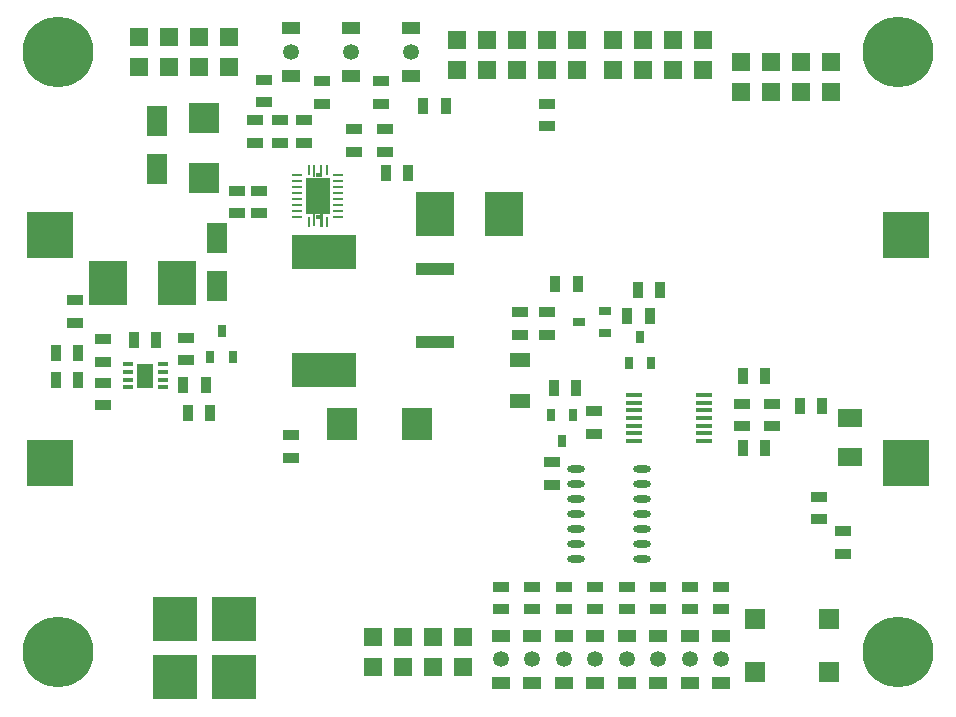
<source format=gbr>
G04 #@! TF.FileFunction,Soldermask,Bot*
%FSLAX46Y46*%
G04 Gerber Fmt 4.6, Leading zero omitted, Abs format (unit mm)*
G04 Created by KiCad (PCBNEW (2015-05-13 BZR 5653)-product) date 18. 11. 2015 7:39:16*
%MOMM*%
G01*
G04 APERTURE LIST*
%ADD10C,0.300000*%
%ADD11R,4.000000X4.000000*%
%ADD12R,1.397000X0.889000*%
%ADD13R,2.499360X2.550160*%
%ADD14R,0.889000X1.397000*%
%ADD15R,1.800860X2.499360*%
%ADD16R,1.500000X1.050000*%
%ADD17C,1.350000*%
%ADD18R,1.699260X1.300480*%
%ADD19R,1.524000X1.524000*%
%ADD20R,3.810000X3.810000*%
%ADD21R,5.500000X3.000000*%
%ADD22C,6.000000*%
%ADD23R,0.800100X1.000760*%
%ADD24R,1.000760X0.800100*%
%ADD25R,3.200000X1.000000*%
%ADD26R,2.032000X1.524000*%
%ADD27O,1.473200X0.609600*%
%ADD28R,1.676400X1.676400*%
%ADD29R,1.450000X0.450000*%
%ADD30R,0.850000X0.350000*%
%ADD31R,1.400000X2.000000*%
%ADD32R,2.550160X2.700020*%
%ADD33R,0.850000X0.280000*%
%ADD34R,2.050000X3.050000*%
%ADD35R,0.280000X0.850000*%
%ADD36R,0.280000X1.125000*%
%ADD37R,0.400000X0.450000*%
%ADD38C,0.600000*%
%ADD39R,3.330000X3.810000*%
G04 APERTURE END LIST*
D10*
D11*
X4390000Y40384000D03*
X76890000Y40384000D03*
X4390000Y21084000D03*
X76890000Y21084000D03*
D12*
X8890000Y27876500D03*
X8890000Y25971500D03*
D13*
X17399000Y45227240D03*
X17399000Y50276760D03*
D12*
X20193000Y44132500D03*
X20193000Y42227500D03*
X8890000Y31559500D03*
X8890000Y29654500D03*
D14*
X11493500Y31496000D03*
X13398500Y31496000D03*
D12*
X21717000Y48196500D03*
X21717000Y50101500D03*
X22098000Y44132500D03*
X22098000Y42227500D03*
X15875000Y29781500D03*
X15875000Y31686500D03*
X32766000Y47434500D03*
X32766000Y49339500D03*
X24765000Y23431500D03*
X24765000Y21526500D03*
X50419000Y25463500D03*
X50419000Y23558500D03*
X62992000Y26098500D03*
X62992000Y24193500D03*
X69469000Y18224500D03*
X69469000Y16319500D03*
D14*
X63055500Y22352000D03*
X64960500Y22352000D03*
X63055500Y28448000D03*
X64960500Y28448000D03*
D12*
X44196000Y33845500D03*
X44196000Y31940500D03*
X46863000Y21145500D03*
X46863000Y19240500D03*
D15*
X13462000Y46007020D03*
X13462000Y50004980D03*
X18542000Y40098980D03*
X18542000Y36101020D03*
D16*
X24765000Y53880000D03*
X24765000Y57880000D03*
D17*
X24765000Y55880000D03*
D16*
X29845000Y53880000D03*
X29845000Y57880000D03*
D17*
X29845000Y55880000D03*
D16*
X34925000Y53880000D03*
X34925000Y57880000D03*
D17*
X34925000Y55880000D03*
D18*
X44196000Y26316940D03*
X44196000Y29817060D03*
D16*
X42545000Y2445000D03*
X42545000Y6445000D03*
D17*
X42545000Y4445000D03*
D16*
X45212000Y2445000D03*
X45212000Y6445000D03*
D17*
X45212000Y4445000D03*
D16*
X47879000Y2445000D03*
X47879000Y6445000D03*
D17*
X47879000Y4445000D03*
D16*
X50546000Y2445000D03*
X50546000Y6445000D03*
D17*
X50546000Y4445000D03*
D16*
X53213000Y2445000D03*
X53213000Y6445000D03*
D17*
X53213000Y4445000D03*
D16*
X55880000Y2445000D03*
X55880000Y6445000D03*
D17*
X55880000Y4445000D03*
D16*
X58547000Y2445000D03*
X58547000Y6445000D03*
D17*
X58547000Y4445000D03*
D19*
X19558000Y57150000D03*
X19558000Y54610000D03*
X17018000Y57150000D03*
X17018000Y54610000D03*
X14478000Y57150000D03*
X14478000Y54610000D03*
X11938000Y57150000D03*
X11938000Y54610000D03*
X49022000Y54356000D03*
X49022000Y56896000D03*
X38862000Y56896000D03*
X38862000Y54356000D03*
X43942000Y54356000D03*
X43942000Y56896000D03*
X46482000Y54356000D03*
X46482000Y56896000D03*
X41402000Y54356000D03*
X41402000Y56896000D03*
X31750000Y3810000D03*
X31750000Y6350000D03*
X34290000Y3810000D03*
X34290000Y6350000D03*
X36830000Y3810000D03*
X36830000Y6350000D03*
X39370000Y3810000D03*
X39370000Y6350000D03*
D20*
X14939000Y7874000D03*
X19939000Y7874000D03*
X14939000Y2921000D03*
X19939000Y2921000D03*
D19*
X62865000Y52451000D03*
X62865000Y54991000D03*
X65405000Y52451000D03*
X65405000Y54991000D03*
X67945000Y52451000D03*
X67945000Y54991000D03*
X59690000Y56896000D03*
X59690000Y54356000D03*
X57150000Y56896000D03*
X57150000Y54356000D03*
X54610000Y56896000D03*
X54610000Y54356000D03*
X52070000Y56896000D03*
X52070000Y54356000D03*
D21*
X27559000Y38909000D03*
X27559000Y28909000D03*
D22*
X76200000Y5080000D03*
X5080000Y55880000D03*
X5080000Y5080000D03*
X76200000Y55880000D03*
D23*
X18923000Y32214820D03*
X17970500Y30015180D03*
X19875500Y30015180D03*
X47752000Y22903180D03*
X48704500Y25102820D03*
X46799500Y25102820D03*
X54356000Y31706820D03*
X53403500Y29507180D03*
X55308500Y29507180D03*
D24*
X49192180Y33020000D03*
X51391820Y32067500D03*
X51391820Y33972500D03*
D12*
X6477000Y32956500D03*
X6477000Y34861500D03*
D14*
X6794500Y28067000D03*
X4889500Y28067000D03*
X6794500Y30353000D03*
X4889500Y30353000D03*
D12*
X46482000Y51498500D03*
X46482000Y49593500D03*
D14*
X36004500Y51308000D03*
X37909500Y51308000D03*
D12*
X22479000Y51625500D03*
X22479000Y53530500D03*
X27432000Y51498500D03*
X27432000Y53403500D03*
X32385000Y51498500D03*
X32385000Y53403500D03*
D14*
X15684500Y27686000D03*
X17589500Y27686000D03*
X17970500Y25273000D03*
X16065500Y25273000D03*
D12*
X25908000Y48196500D03*
X25908000Y50101500D03*
X23876000Y48196500D03*
X23876000Y50101500D03*
D14*
X32829500Y45593000D03*
X34734500Y45593000D03*
D12*
X30099000Y49339500D03*
X30099000Y47434500D03*
D25*
X36957000Y37517000D03*
X36957000Y31317000D03*
D12*
X65532000Y24193500D03*
X65532000Y26098500D03*
D14*
X69786500Y25908000D03*
X67881500Y25908000D03*
D12*
X71501000Y13398500D03*
X71501000Y15303500D03*
D14*
X47053500Y27432000D03*
X48958500Y27432000D03*
D26*
X72136000Y21590000D03*
X72136000Y24892000D03*
D12*
X46482000Y31940500D03*
X46482000Y33845500D03*
D14*
X49085500Y36195000D03*
X47180500Y36195000D03*
X54165500Y35687000D03*
X56070500Y35687000D03*
X53276500Y33528000D03*
X55181500Y33528000D03*
D12*
X42545000Y8699500D03*
X42545000Y10604500D03*
X45212000Y8699500D03*
X45212000Y10604500D03*
X47879000Y8699500D03*
X47879000Y10604500D03*
X50546000Y8699500D03*
X50546000Y10604500D03*
X53213000Y8699500D03*
X53213000Y10604500D03*
X55880000Y8699500D03*
X55880000Y10604500D03*
X58547000Y8699500D03*
X58547000Y10604500D03*
D27*
X48895000Y12954000D03*
X48895000Y14224000D03*
X48895000Y15494000D03*
X48895000Y16764000D03*
X54483000Y16764000D03*
X54483000Y15494000D03*
X54483000Y14224000D03*
X54483000Y12954000D03*
X48895000Y18034000D03*
X48895000Y19304000D03*
X48895000Y20574000D03*
X54483000Y18034000D03*
X54483000Y19304000D03*
X54483000Y20574000D03*
D28*
X70333000Y7838000D03*
X70333000Y3338000D03*
X64033000Y7838000D03*
X64033000Y3338000D03*
D29*
X53819000Y22942000D03*
X53819000Y23592000D03*
X53819000Y24242000D03*
X53819000Y24892000D03*
X53819000Y25542000D03*
X53819000Y26192000D03*
X53819000Y26842000D03*
X59719000Y26842000D03*
X59719000Y26192000D03*
X59719000Y25542000D03*
X59719000Y24892000D03*
X59719000Y24242000D03*
X59719000Y23592000D03*
X59719000Y22942000D03*
D30*
X10971000Y28123000D03*
X10971000Y28773000D03*
X10971000Y29423000D03*
X13921000Y29423000D03*
X13921000Y28773000D03*
X13921000Y28123000D03*
X13921000Y27473000D03*
X10971000Y27473000D03*
D31*
X12446000Y28448000D03*
D32*
X35433000Y24384000D03*
X29083000Y24384000D03*
D19*
X70485000Y52451000D03*
X70485000Y54991000D03*
D33*
X25326000Y41938000D03*
D34*
X27051000Y43688000D03*
D33*
X25326000Y42438000D03*
X25326000Y42938000D03*
X25326000Y43438000D03*
X25326000Y43938000D03*
X25326000Y44438000D03*
X25326000Y44938000D03*
X25326000Y45438000D03*
D35*
X26301000Y45913000D03*
X27801000Y45913000D03*
D33*
X28776000Y45438000D03*
X28776000Y44938000D03*
X28776000Y44438000D03*
X28776000Y43938000D03*
X28776000Y43438000D03*
X28776000Y42938000D03*
X28776000Y42438000D03*
X28776000Y41938000D03*
D35*
X27801000Y41463000D03*
X26301000Y41463000D03*
D10*
G36*
X27491000Y41050500D02*
X27211000Y41050500D01*
X27211000Y42175500D01*
X27491000Y42175500D01*
X27491000Y41050500D01*
X27491000Y41050500D01*
G37*
D36*
X26751000Y41613000D03*
X26751000Y45763000D03*
X27351000Y45763000D03*
D37*
X27051000Y41938000D03*
X27051000Y45438000D03*
D38*
X27686000Y42545000D03*
X27686000Y44831000D03*
X26416000Y44831000D03*
X26416000Y42545000D03*
X27051000Y43688000D03*
D16*
X61214000Y2445000D03*
X61214000Y6445000D03*
D17*
X61214000Y4445000D03*
D12*
X61214000Y8699500D03*
X61214000Y10604500D03*
D39*
X9282000Y36322000D03*
X15102000Y36322000D03*
X36968000Y42164000D03*
X42788000Y42164000D03*
M02*

</source>
